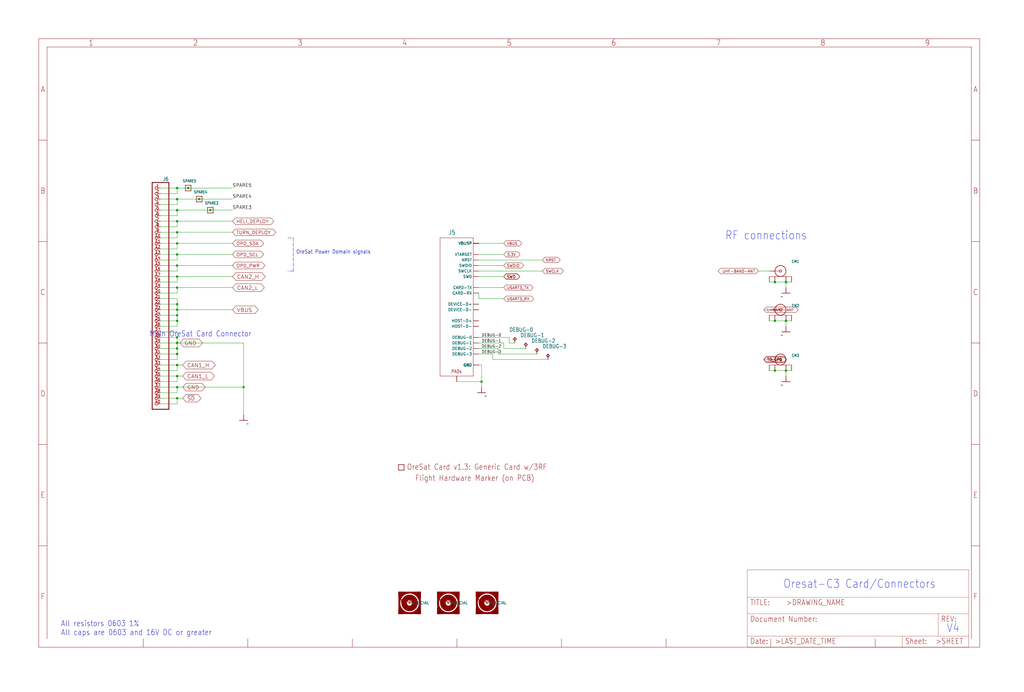
<source format=kicad_sch>
(kicad_sch (version 20211123) (generator eeschema)
  (paper "User" 469.9 317.906)
  (lib_symbols
    (symbol "oresat-c3-eagle-import:FIDUCIAL-1.0X2.0"
      (symbol "FIDUCIAL-1.0X2.0_1_0"
        (rectangle (start -5.08 -5.08) (end -3.556 -2.54) (fill (type outline)))
        (rectangle (start -5.08 -5.08) (end -2.54 -3.556) (fill (type outline)))
        (rectangle (start -5.08 2.54) (end -3.556 5.08) (fill (type outline)))
        (rectangle (start -5.08 3.556) (end -2.54 5.08) (fill (type outline)))
        (polyline (pts (xy -5.08 -5.08) (xy -5.08 5.08)) (stroke (width 0.127)))
        (polyline (pts (xy -5.08 -5.08) (xy 5.08 -5.08)) (stroke (width 0.127)))
        (polyline (pts (xy -5.08 5.08) (xy 5.08 5.08)) (stroke (width 0.127)))
        (polyline (pts (xy -4.699 2.54) (xy -4.699 -2.54)) (stroke (width 0.762)))
        (polyline (pts (xy -2.54 -4.699) (xy 2.54 -4.699)) (stroke (width 0.762)))
        (polyline (pts (xy -2.54 4.699) (xy 2.54 4.699)) (stroke (width 0.762)))
        (polyline (pts (xy 4.699 -2.54) (xy 4.699 2.54)) (stroke (width 0.762)))
        (polyline (pts (xy 5.08 5.08) (xy 5.08 -5.08)) (stroke (width 0.127)))
        (circle (center 0 0) (radius 2.54) (stroke (width 2.54)))
        (circle (center 0 0) (radius 4.699) (stroke (width 0.762)))
        (rectangle (start 2.54 -5.08) (end 5.08 -3.556) (fill (type outline)))
        (rectangle (start 2.54 3.556) (end 5.08 5.08) (fill (type outline)))
        (rectangle (start 3.556 -5.08) (end 5.08 -2.54) (fill (type outline)))
        (rectangle (start 3.556 2.54) (end 5.08 5.08) (fill (type outline)))
        (pin no_connect line (at 0 0 0) (length 0) (name "FIDUCIAL") (number "FIDUCIAL"))
      )
    )
    (symbol "oresat-c3-eagle-import:FLIGHMARKERNEW"
      (symbol "FLIGHMARKERNEW_1_0"
        (text "Flight Hardware Marker (on PCB)" (at 0 0 0) (effects (font (size 2.54 2.159)) (justify left bottom)))
      )
    )
    (symbol "oresat-c3-eagle-import:FRAME_B_L"
      (symbol "FRAME_B_L_1_0"
        (polyline (pts (xy 0 46.5667) (xy 3.81 46.5667)))
        (polyline (pts (xy 0 93.1333) (xy 3.81 93.1333)))
        (polyline (pts (xy 0 139.7) (xy 3.81 139.7)))
        (polyline (pts (xy 0 186.2667) (xy 3.81 186.2667)))
        (polyline (pts (xy 0 232.8333) (xy 3.81 232.8333)))
        (polyline (pts (xy 3.81 3.81) (xy 3.81 275.59)))
        (polyline (pts (xy 47.9778 0) (xy 47.9778 3.81)))
        (polyline (pts (xy 95.9556 0) (xy 95.9556 3.81)))
        (polyline (pts (xy 143.9333 0) (xy 143.9333 3.81)))
        (polyline (pts (xy 191.9111 0) (xy 191.9111 3.81)))
        (polyline (pts (xy 239.8889 0) (xy 239.8889 3.81)))
        (polyline (pts (xy 287.8667 0) (xy 287.8667 3.81)))
        (polyline (pts (xy 335.8444 0) (xy 335.8444 3.81)))
        (polyline (pts (xy 383.8222 0) (xy 383.8222 3.81)))
        (polyline (pts (xy 427.99 3.81) (xy 427.99 275.59)))
        (polyline (pts (xy 427.99 46.5667) (xy 431.8 46.5667)))
        (polyline (pts (xy 427.99 93.1333) (xy 431.8 93.1333)))
        (polyline (pts (xy 427.99 139.7) (xy 431.8 139.7)))
        (polyline (pts (xy 427.99 186.2667) (xy 431.8 186.2667)))
        (polyline (pts (xy 427.99 232.8333) (xy 431.8 232.8333)))
        (polyline (pts (xy 427.99 275.59) (xy 3.81 275.59)))
        (polyline (pts (xy 0 0) (xy 431.8 0) (xy 431.8 279.4) (xy 0 279.4) (xy 0 0)))
        (text "1" (at 23.9889 277.495 0) (effects (font (size 2.54 2.286))))
        (text "2" (at 71.9667 277.495 0) (effects (font (size 2.54 2.286))))
        (text "3" (at 119.9444 277.495 0) (effects (font (size 2.54 2.286))))
        (text "4" (at 167.9222 277.495 0) (effects (font (size 2.54 2.286))))
        (text "5" (at 215.9 277.495 0) (effects (font (size 2.54 2.286))))
        (text "6" (at 263.8778 277.495 0) (effects (font (size 2.54 2.286))))
        (text "7" (at 311.8556 277.495 0) (effects (font (size 2.54 2.286))))
        (text "8" (at 359.8333 277.495 0) (effects (font (size 2.54 2.286))))
        (text "9" (at 407.8111 277.495 0) (effects (font (size 2.54 2.286))))
        (text "A" (at 1.905 256.1167 0) (effects (font (size 2.54 2.286))))
        (text "A" (at 429.895 256.1167 0) (effects (font (size 2.54 2.286))))
        (text "B" (at 1.905 209.55 0) (effects (font (size 2.54 2.286))))
        (text "B" (at 429.895 209.55 0) (effects (font (size 2.54 2.286))))
        (text "C" (at 1.905 162.9833 0) (effects (font (size 2.54 2.286))))
        (text "C" (at 429.895 162.9833 0) (effects (font (size 2.54 2.286))))
        (text "D" (at 1.905 116.4167 0) (effects (font (size 2.54 2.286))))
        (text "D" (at 429.895 116.4167 0) (effects (font (size 2.54 2.286))))
        (text "E" (at 1.905 69.85 0) (effects (font (size 2.54 2.286))))
        (text "E" (at 429.895 69.85 0) (effects (font (size 2.54 2.286))))
        (text "F" (at 1.905 23.2833 0) (effects (font (size 2.54 2.286))))
        (text "F" (at 429.895 23.2833 0) (effects (font (size 2.54 2.286))))
      )
      (symbol "FRAME_B_L_2_0"
        (polyline (pts (xy 0 0) (xy 0 5.08)) (stroke (width 0.1016)))
        (polyline (pts (xy 0 0) (xy 71.12 0)) (stroke (width 0.1016)))
        (polyline (pts (xy 0 5.08) (xy 0 15.24)) (stroke (width 0.1016)))
        (polyline (pts (xy 0 5.08) (xy 71.12 5.08)) (stroke (width 0.1016)))
        (polyline (pts (xy 0 15.24) (xy 0 22.86)) (stroke (width 0.1016)))
        (polyline (pts (xy 0 22.86) (xy 0 35.56)) (stroke (width 0.1016)))
        (polyline (pts (xy 0 22.86) (xy 101.6 22.86)) (stroke (width 0.1016)))
        (polyline (pts (xy 71.12 0) (xy 101.6 0)) (stroke (width 0.1016)))
        (polyline (pts (xy 71.12 5.08) (xy 71.12 0)) (stroke (width 0.1016)))
        (polyline (pts (xy 71.12 5.08) (xy 87.63 5.08)) (stroke (width 0.1016)))
        (polyline (pts (xy 87.63 5.08) (xy 101.6 5.08)) (stroke (width 0.1016)))
        (polyline (pts (xy 87.63 15.24) (xy 0 15.24)) (stroke (width 0.1016)))
        (polyline (pts (xy 87.63 15.24) (xy 87.63 5.08)) (stroke (width 0.1016)))
        (polyline (pts (xy 101.6 5.08) (xy 101.6 0)) (stroke (width 0.1016)))
        (polyline (pts (xy 101.6 15.24) (xy 87.63 15.24)) (stroke (width 0.1016)))
        (polyline (pts (xy 101.6 15.24) (xy 101.6 5.08)) (stroke (width 0.1016)))
        (polyline (pts (xy 101.6 22.86) (xy 101.6 15.24)) (stroke (width 0.1016)))
        (polyline (pts (xy 101.6 35.56) (xy 0 35.56)) (stroke (width 0.1016)))
        (polyline (pts (xy 101.6 35.56) (xy 101.6 22.86)) (stroke (width 0.1016)))
        (text ">DRAWING_NAME" (at 17.78 19.05 0) (effects (font (size 2.54 2.159)) (justify left bottom)))
        (text ">LAST_DATE_TIME" (at 12.7 1.27 0) (effects (font (size 2.54 2.159)) (justify left bottom)))
        (text ">SHEET" (at 86.36 1.27 0) (effects (font (size 2.54 2.159)) (justify left bottom)))
        (text "Date:" (at 1.27 1.27 0) (effects (font (size 2.54 2.159)) (justify left bottom)))
        (text "Document Number:" (at 1.27 11.43 0) (effects (font (size 2.54 2.159)) (justify left bottom)))
        (text "REV:" (at 88.9 11.43 0) (effects (font (size 2.54 2.159)) (justify left bottom)))
        (text "Sheet:" (at 72.39 1.27 0) (effects (font (size 2.54 2.159)) (justify left bottom)))
        (text "TITLE:" (at 1.27 19.05 0) (effects (font (size 2.54 2.159)) (justify left bottom)))
      )
    )
    (symbol "oresat-c3-eagle-import:GND" (power)
      (property "Value" "GND" (at -2.54 -2.54 0))
      (symbol "GND_1_0"
        (polyline (pts (xy -1.905 0) (xy 1.905 0)) (stroke (width 0.254)))
        (pin power_in line (at 0 2.54 270) (length 2.54) (name "GND") (number "1"))
      )
    )
    (symbol "oresat-c3-eagle-import:GND-L" (power)
      (property "Value" "GND-L" (at -2.54 -2.54 0))
      (symbol "GND-L_1_0"
        (polyline (pts (xy -1.905 0) (xy 1.905 0)) (stroke (width 0.254)))
        (pin power_in line (at 0 2.54 270) (length 2.54) (name "GND-L") (number "1"))
      )
    )
    (symbol "oresat-c3-eagle-import:GND-U" (power)
      (property "Value" "GND-U" (at -2.54 -2.54 0))
      (symbol "GND-U_1_0"
        (polyline (pts (xy -1.905 0) (xy 1.905 0)) (stroke (width 0.254)))
        (pin power_in line (at 0 2.54 270) (length 2.54) (name "GND-U") (number "1"))
      )
    )
    (symbol "oresat-c3-eagle-import:J-MOLEX-SMPM-73300-003X"
      (property "Reference" "CM" (at 5.08 -3.81 0))
      (property "Value" "J-MOLEX-SMPM-73300-003X" (at 5.08 -6.35 0))
      (symbol "J-MOLEX-SMPM-73300-003X_1_0"
        (polyline (pts (xy -5.08 -2.54) (xy -2.54 -2.54)) (stroke (width 0.1524)))
        (polyline (pts (xy -2.54 -2.54) (xy 2.54 -2.54)) (stroke (width 0.1524)))
        (polyline (pts (xy 0.508 0) (xy 3.556 0)) (stroke (width 0.1524)))
        (polyline (pts (xy 5.08 -2.54) (xy 2.54 -2.54)) (stroke (width 0.1524)))
        (circle (center 0 0) (radius 0.508) (stroke (width 0.254)))
        (circle (center 0 0) (radius 2.54) (stroke (width 0.254)))
        (pin passive line (at -5.08 -5.08 90) (length 2.54) (name "SHIELD3") (number "P$1"))
        (pin passive line (at 5.08 -5.08 90) (length 2.54) (name "SHIELD2") (number "P$2"))
        (pin passive line (at -2.54 -5.08 90) (length 2.54) (name "SHIELD1") (number "P$3"))
        (pin passive line (at 2.54 -5.08 90) (length 2.54) (name "SHIELD") (number "P$4"))
        (pin passive line (at 5.08 0 180) (length 2.54) (name "CENTER") (number "RF"))
      )
    )
    (symbol "oresat-c3-eagle-import:J-SAMTEC-TFM-120-X1-XXX-D-RA"
      (property "Reference" "J" (at -6.35 51.435 0))
      (property "Value" "J-SAMTEC-TFM-120-X1-XXX-D-RA" (at -6.35 -55.88 0))
      (symbol "J-SAMTEC-TFM-120-X1-XXX-D-RA_1_0"
        (polyline (pts (xy -6.35 -53.34) (xy 1.27 -53.34)) (stroke (width 0.4064)))
        (polyline (pts (xy -6.35 50.8) (xy -6.35 -53.34)) (stroke (width 0.4064)))
        (polyline (pts (xy 1.27 -53.34) (xy 1.27 50.8)) (stroke (width 0.4064)))
        (polyline (pts (xy 1.27 50.8) (xy -6.35 50.8)) (stroke (width 0.4064)))
        (pin passive inverted (at -2.54 48.26 0) (length 2.54) (name "1") (number "1"))
        (pin passive inverted (at -2.54 25.4 0) (length 2.54) (name "10") (number "10"))
        (pin passive inverted (at -2.54 22.86 0) (length 2.54) (name "11") (number "11"))
        (pin passive inverted (at -2.54 20.32 0) (length 2.54) (name "12") (number "12"))
        (pin passive inverted (at -2.54 17.78 0) (length 2.54) (name "13") (number "13"))
        (pin passive inverted (at -2.54 15.24 0) (length 2.54) (name "14") (number "14"))
        (pin passive inverted (at -2.54 12.7 0) (length 2.54) (name "15") (number "15"))
        (pin passive inverted (at -2.54 10.16 0) (length 2.54) (name "16") (number "16"))
        (pin passive inverted (at -2.54 7.62 0) (length 2.54) (name "17") (number "17"))
        (pin passive inverted (at -2.54 5.08 0) (length 2.54) (name "18") (number "18"))
        (pin passive inverted (at -2.54 2.54 0) (length 2.54) (name "19") (number "19"))
        (pin passive inverted (at -2.54 45.72 0) (length 2.54) (name "2") (number "2"))
        (pin passive inverted (at -2.54 0 0) (length 2.54) (name "20") (number "20"))
        (pin passive inverted (at -2.54 -2.54 0) (length 2.54) (name "21") (number "21"))
        (pin passive inverted (at -2.54 -5.08 0) (length 2.54) (name "22") (number "22"))
        (pin passive inverted (at -2.54 -7.62 0) (length 2.54) (name "23") (number "23"))
        (pin passive inverted (at -2.54 -10.16 0) (length 2.54) (name "24") (number "24"))
        (pin passive inverted (at -2.54 -12.7 0) (length 2.54) (name "25") (number "25"))
        (pin passive inverted (at -2.54 -15.24 0) (length 2.54) (name "26") (number "26"))
        (pin passive inverted (at -2.54 -17.78 0) (length 2.54) (name "27") (number "27"))
        (pin passive inverted (at -2.54 -20.32 0) (length 2.54) (name "28") (number "28"))
        (pin passive inverted (at -2.54 -22.86 0) (length 2.54) (name "29") (number "29"))
        (pin passive inverted (at -2.54 43.18 0) (length 2.54) (name "3") (number "3"))
        (pin passive inverted (at -2.54 -25.4 0) (length 2.54) (name "30") (number "30"))
        (pin passive inverted (at -2.54 -27.94 0) (length 2.54) (name "31") (number "31"))
        (pin passive inverted (at -2.54 -30.48 0) (length 2.54) (name "32") (number "32"))
        (pin passive inverted (at -2.54 -33.02 0) (length 2.54) (name "33") (number "33"))
        (pin passive inverted (at -2.54 -35.56 0) (length 2.54) (name "34") (number "34"))
        (pin passive inverted (at -2.54 -38.1 0) (length 2.54) (name "35") (number "35"))
        (pin passive inverted (at -2.54 -40.64 0) (length 2.54) (name "36") (number "36"))
        (pin passive inverted (at -2.54 -43.18 0) (length 2.54) (name "37") (number "37"))
        (pin passive inverted (at -2.54 -45.72 0) (length 2.54) (name "38") (number "38"))
        (pin passive inverted (at -2.54 -48.26 0) (length 2.54) (name "39") (number "39"))
        (pin passive inverted (at -2.54 40.64 0) (length 2.54) (name "4") (number "4"))
        (pin passive inverted (at -2.54 -50.8 0) (length 2.54) (name "40") (number "40"))
        (pin passive inverted (at -2.54 38.1 0) (length 2.54) (name "5") (number "5"))
        (pin passive inverted (at -2.54 35.56 0) (length 2.54) (name "6") (number "6"))
        (pin passive inverted (at -2.54 33.02 0) (length 2.54) (name "7") (number "7"))
        (pin passive inverted (at -2.54 30.48 0) (length 2.54) (name "8") (number "8"))
        (pin passive inverted (at -2.54 27.94 0) (length 2.54) (name "9") (number "9"))
      )
    )
    (symbol "oresat-c3-eagle-import:ORESAT-CARD-V1.3-GENERIC-3RF"
      (symbol "ORESAT-CARD-V1.3-GENERIC-3RF_1_0"
        (polyline (pts (xy -1.27 -1.27) (xy 1.27 -1.27)) (stroke (width 0.254)))
        (polyline (pts (xy -1.27 1.27) (xy -1.27 -1.27)) (stroke (width 0.254)))
        (polyline (pts (xy 1.27 -1.27) (xy 1.27 1.27)) (stroke (width 0.254)))
        (polyline (pts (xy 1.27 1.27) (xy -1.27 1.27)) (stroke (width 0.254)))
        (text "OreSat Card v1.3: Generic Card w/3RF" (at 2.54 -1.27 0) (effects (font (size 2.54 2.159)) (justify left bottom)))
      )
    )
    (symbol "oresat-c3-eagle-import:ORESAT-DEBUG-CONNECTOR-ALL"
      (property "Reference" "J" (at -2.54 31.75 0))
      (symbol "ORESAT-DEBUG-CONNECTOR-ALL_1_0"
        (polyline (pts (xy -6.35 -33.02) (xy 8.89 -33.02)) (stroke (width 0.1524)))
        (polyline (pts (xy -6.35 30.48) (xy -6.35 -33.02)) (stroke (width 0.1524)))
        (polyline (pts (xy 8.89 -33.02) (xy 8.89 30.48)) (stroke (width 0.1524)))
        (polyline (pts (xy 8.89 30.48) (xy -6.35 30.48)) (stroke (width 0.1524)))
        (text "PADs" (at -1.27 -31.75 0) (effects (font (size 1.524 1.2954)) (justify left bottom)))
        (pin passive line (at 11.43 27.94 180) (length 2.54) (name "VBUSP") (number "1"))
        (pin passive line (at 11.43 20.32 180) (length 2.54) (name "NRST") (number "10"))
        (pin passive line (at 11.43 22.86 180) (length 2.54) (name "VTARGET") (number "11"))
        (pin passive line (at 11.43 5.08 180) (length 2.54) (name "CARD-RX") (number "12"))
        (pin passive line (at 11.43 7.62 180) (length 2.54) (name "CARD-TX") (number "13"))
        (pin passive line (at 11.43 17.78 180) (length 2.54) (name "SWDIO") (number "14"))
        (pin passive line (at 11.43 15.24 180) (length 2.54) (name "SWCLK") (number "15"))
        (pin passive line (at 11.43 12.7 180) (length 2.54) (name "SWO") (number "16"))
        (pin passive line (at 11.43 -15.24 180) (length 2.54) (name "DEBUG-0") (number "17"))
        (pin passive line (at 11.43 -17.78 180) (length 2.54) (name "DEBUG-1") (number "18"))
        (pin passive line (at 11.43 -20.32 180) (length 2.54) (name "DEBUG-2") (number "19"))
        (pin passive line (at 11.43 27.94 180) (length 2.54) (name "VBUSP") (number "2"))
        (pin passive line (at 11.43 -22.86 180) (length 2.54) (name "DEBUG-3") (number "20"))
        (pin passive line (at 11.43 -27.94 180) (length 2.54) (name "GND") (number "3"))
        (pin passive line (at 11.43 0 180) (length 2.54) (name "DEVICE-D+") (number "4"))
        (pin passive line (at 11.43 -2.54 180) (length 2.54) (name "DEVICE-D-") (number "5"))
        (pin passive line (at 11.43 -27.94 180) (length 2.54) (name "GND") (number "6"))
        (pin passive line (at 11.43 -7.62 180) (length 2.54) (name "HOST-D+") (number "7"))
        (pin passive line (at 11.43 -10.16 180) (length 2.54) (name "HOST-D-") (number "8"))
        (pin passive line (at 11.43 -27.94 180) (length 2.54) (name "GND") (number "9"))
        (pin bidirectional line (at 1.27 -35.56 90) (length 2.54) (name "PAD") (number "PAD1"))
        (pin bidirectional line (at 1.27 -35.56 90) (length 2.54) (name "PAD") (number "PAD2"))
      )
    )
    (symbol "oresat-c3-eagle-import:TEST-POINT-LARGE-SQUARE"
      (property "Reference" "TP" (at -2.54 2.54 0))
      (symbol "TEST-POINT-LARGE-SQUARE_1_0"
        (polyline (pts (xy -1.27 -1.27) (xy -1.27 1.27)) (stroke (width 0.254)))
        (polyline (pts (xy -1.27 1.27) (xy 1.27 1.27)) (stroke (width 0.254)))
        (polyline (pts (xy 1.27 -1.27) (xy -1.27 -1.27)) (stroke (width 0.254)))
        (polyline (pts (xy 1.27 1.27) (xy 1.27 -1.27)) (stroke (width 0.254)))
        (pin passive line (at 0 0 0) (length 0) (name "1") (number "1"))
      )
    )
    (symbol "oresat-c3-eagle-import:TEST-POINT-SMALL"
      (property "Reference" "TP" (at -2.54 2.54 0))
      (symbol "TEST-POINT-SMALL_1_0"
        (polyline (pts (xy -0.762 -0.762) (xy 0 0)) (stroke (width 0.254)))
        (polyline (pts (xy 0 -1.524) (xy -0.762 -0.762)) (stroke (width 0.254)))
        (polyline (pts (xy 0 0) (xy 0.762 -0.762)) (stroke (width 0.254)))
        (polyline (pts (xy 0.762 -0.762) (xy 0 -1.524)) (stroke (width 0.254)))
        (pin input line (at 0 -2.54 90) (length 2.54) (name "TP") (number "TP"))
      )
    )
  )
  (junction (at 81.28 106.68))
  (junction (at 355.6 129.54))
  (junction (at 81.28 154.94))
  (junction (at 81.28 147.32))
  (junction (at 360.68 147.32))
  (junction (at 81.28 142.24))
  (junction (at 81.28 172.72))
  (junction (at 81.28 162.56))
  (junction (at 91.44 91.44))
  (junction (at 111.76 177.8))
  (junction (at 81.28 167.64))
  (junction (at 81.28 160.02))
  (junction (at 360.68 129.54))
  (junction (at 96.52 96.52))
  (junction (at 81.28 139.7))
  (junction (at 355.6 147.32))
  (junction (at 355.6 170.18))
  (junction (at 81.28 121.92))
  (junction (at 81.28 132.08))
  (junction (at 81.28 144.78))
  (junction (at 81.28 127))
  (junction (at 81.28 101.6))
  (junction (at 81.28 182.88))
  (junction (at 81.28 86.36))
  (junction (at 360.68 170.18))
  (junction (at 81.28 111.76))
  (junction (at 81.28 96.52))
  (junction (at 220.98 175.26))
  (junction (at 81.28 91.44))
  (junction (at 81.28 177.8))
  (junction (at 81.28 116.84))
  (junction (at 86.36 86.36))
  (junction (at 81.28 157.48))
  (wire (pts (xy 81.28 144.78) (xy 81.28 142.24)))
  (wire (pts (xy 81.28 149.86) (xy 81.28 147.32)))
  (wire (pts (xy 353.06 129.54) (xy 355.6 129.54)))
  (wire (pts (xy 81.28 185.42) (xy 81.28 182.88)))
  (polyline (pts (xy 134.62 109.22) (xy 134.62 124.46)))
  (wire (pts (xy 81.28 172.72) (xy 83.82 172.72)))
  (wire (pts (xy 73.66 119.38) (xy 81.28 119.38)))
  (wire (pts (xy 81.28 177.8) (xy 111.76 177.8)))
  (wire (pts (xy 353.06 165.1) (xy 350.52 165.1)))
  (wire (pts (xy 81.28 167.64) (xy 83.82 167.64)))
  (wire (pts (xy 81.28 124.46) (xy 73.66 124.46)))
  (wire (pts (xy 81.28 121.92) (xy 106.68 121.92)))
  (wire (pts (xy 219.71 154.94) (xy 233.68 154.94)))
  (wire (pts (xy 81.28 88.9) (xy 81.28 86.36)))
  (wire (pts (xy 360.68 170.18) (xy 363.22 170.18)))
  (wire (pts (xy 81.28 142.24) (xy 73.66 142.24)))
  (wire (pts (xy 73.66 165.1) (xy 81.28 165.1)))
  (wire (pts (xy 219.71 157.48) (xy 231.14 157.48)))
  (wire (pts (xy 81.28 134.62) (xy 73.66 134.62)))
  (wire (pts (xy 360.68 129.54) (xy 363.22 129.54)))
  (wire (pts (xy 231.14 160.02) (xy 241.3 160.02)))
  (wire (pts (xy 219.71 119.38) (xy 248.92 119.38)))
  (wire (pts (xy 81.28 132.08) (xy 106.68 132.08)))
  (wire (pts (xy 360.68 129.54) (xy 360.68 132.08)))
  (wire (pts (xy 73.66 106.68) (xy 81.28 106.68)))
  (polyline (pts (xy 134.62 124.46) (xy 132.08 124.46)))
  (wire (pts (xy 219.71 111.76) (xy 231.14 111.76)))
  (wire (pts (xy 81.28 175.26) (xy 81.28 172.72)))
  (wire (pts (xy 86.36 86.36) (xy 106.68 86.36)))
  (wire (pts (xy 73.66 99.06) (xy 81.28 99.06)))
  (wire (pts (xy 219.71 167.64) (xy 220.98 167.64)))
  (wire (pts (xy 73.66 177.8) (xy 81.28 177.8)))
  (wire (pts (xy 81.28 104.14) (xy 81.28 101.6)))
  (wire (pts (xy 81.28 129.54) (xy 73.66 129.54)))
  (wire (pts (xy 228.6 162.56) (xy 246.38 162.56)))
  (wire (pts (xy 81.28 121.92) (xy 81.28 124.46)))
  (wire (pts (xy 73.66 86.36) (xy 81.28 86.36)))
  (wire (pts (xy 73.66 162.56) (xy 81.28 162.56)))
  (wire (pts (xy 81.28 106.68) (xy 106.68 106.68)))
  (wire (pts (xy 111.76 177.8) (xy 111.76 190.5)))
  (wire (pts (xy 231.14 157.48) (xy 231.14 160.02)))
  (wire (pts (xy 360.68 147.32) (xy 363.22 147.32)))
  (wire (pts (xy 81.28 142.24) (xy 106.68 142.24)))
  (wire (pts (xy 81.28 86.36) (xy 86.36 86.36)))
  (wire (pts (xy 220.98 175.26) (xy 209.55 175.26)))
  (wire (pts (xy 233.68 157.48) (xy 236.22 157.48)))
  (wire (pts (xy 81.28 160.02) (xy 81.28 157.48)))
  (wire (pts (xy 355.6 170.18) (xy 360.68 170.18)))
  (wire (pts (xy 73.66 104.14) (xy 81.28 104.14)))
  (wire (pts (xy 81.28 134.62) (xy 81.28 132.08)))
  (wire (pts (xy 73.66 157.48) (xy 81.28 157.48)))
  (wire (pts (xy 73.66 114.3) (xy 81.28 114.3)))
  (wire (pts (xy 91.44 91.44) (xy 106.68 91.44)))
  (polyline (pts (xy 132.08 109.22) (xy 134.62 109.22)))
  (wire (pts (xy 355.6 147.32) (xy 360.68 147.32)))
  (wire (pts (xy 81.28 142.24) (xy 81.28 139.7)))
  (wire (pts (xy 73.66 91.44) (xy 81.28 91.44)))
  (wire (pts (xy 73.66 101.6) (xy 81.28 101.6)))
  (wire (pts (xy 226.06 162.56) (xy 226.06 165.1)))
  (wire (pts (xy 219.71 160.02) (xy 228.6 160.02)))
  (wire (pts (xy 73.66 160.02) (xy 81.28 160.02)))
  (wire (pts (xy 355.6 129.54) (xy 360.68 129.54)))
  (wire (pts (xy 111.76 157.48) (xy 111.76 177.8)))
  (wire (pts (xy 353.06 147.32) (xy 355.6 147.32)))
  (wire (pts (xy 81.28 111.76) (xy 106.68 111.76)))
  (wire (pts (xy 81.28 180.34) (xy 81.28 177.8)))
  (wire (pts (xy 81.28 129.54) (xy 81.28 127)))
  (wire (pts (xy 81.28 91.44) (xy 91.44 91.44)))
  (wire (pts (xy 73.66 167.64) (xy 81.28 167.64)))
  (wire (pts (xy 73.66 147.32) (xy 81.28 147.32)))
  (wire (pts (xy 226.06 165.1) (xy 251.46 165.1)))
  (wire (pts (xy 73.66 154.94) (xy 81.28 154.94)))
  (wire (pts (xy 81.28 96.52) (xy 96.52 96.52)))
  (wire (pts (xy 81.28 182.88) (xy 83.82 182.88)))
  (wire (pts (xy 360.68 149.86) (xy 360.68 147.32)))
  (wire (pts (xy 81.28 165.1) (xy 81.28 162.56)))
  (wire (pts (xy 81.28 162.56) (xy 81.28 160.02)))
  (wire (pts (xy 81.28 127) (xy 73.66 127)))
  (wire (pts (xy 219.71 121.92) (xy 231.14 121.92)))
  (wire (pts (xy 96.52 96.52) (xy 106.68 96.52)))
  (wire (pts (xy 73.66 170.18) (xy 81.28 170.18)))
  (wire (pts (xy 219.71 132.08) (xy 231.14 132.08)))
  (wire (pts (xy 81.28 93.98) (xy 81.28 91.44)))
  (wire (pts (xy 81.28 121.92) (xy 73.66 121.92)))
  (wire (pts (xy 219.71 134.62) (xy 219.71 137.16)))
  (wire (pts (xy 81.28 139.7) (xy 81.28 137.16)))
  (wire (pts (xy 81.28 157.48) (xy 111.76 157.48)))
  (wire (pts (xy 81.28 154.94) (xy 81.28 157.48)))
  (wire (pts (xy 73.66 93.98) (xy 81.28 93.98)))
  (wire (pts (xy 220.98 177.8) (xy 220.98 175.26)))
  (wire (pts (xy 73.66 109.22) (xy 81.28 109.22)))
  (wire (pts (xy 81.28 119.38) (xy 81.28 116.84)))
  (wire (pts (xy 353.06 124.46) (xy 347.98 124.46)))
  (wire (pts (xy 219.71 116.84) (xy 231.14 116.84)))
  (wire (pts (xy 81.28 116.84) (xy 73.66 116.84)))
  (wire (pts (xy 219.71 137.16) (xy 231.14 137.16)))
  (wire (pts (xy 353.06 142.24) (xy 350.52 142.24)))
  (wire (pts (xy 73.66 185.42) (xy 81.28 185.42)))
  (wire (pts (xy 81.28 111.76) (xy 73.66 111.76)))
  (wire (pts (xy 81.28 139.7) (xy 73.66 139.7)))
  (wire (pts (xy 219.71 124.46) (xy 248.92 124.46)))
  (wire (pts (xy 81.28 170.18) (xy 81.28 167.64)))
  (wire (pts (xy 73.66 152.4) (xy 81.28 152.4)))
  (wire (pts (xy 81.28 147.32) (xy 81.28 144.78)))
  (wire (pts (xy 233.68 154.94) (xy 233.68 157.48)))
  (wire (pts (xy 73.66 175.26) (xy 81.28 175.26)))
  (wire (pts (xy 81.28 132.08) (xy 73.66 132.08)))
  (wire (pts (xy 360.68 170.18) (xy 360.68 172.72)))
  (wire (pts (xy 73.66 180.34) (xy 81.28 180.34)))
  (wire (pts (xy 81.28 99.06) (xy 81.28 96.52)))
  (wire (pts (xy 219.71 162.56) (xy 226.06 162.56)))
  (wire (pts (xy 73.66 96.52) (xy 81.28 96.52)))
  (wire (pts (xy 219.71 127) (xy 231.14 127)))
  (wire (pts (xy 81.28 101.6) (xy 106.68 101.6)))
  (wire (pts (xy 73.66 172.72) (xy 81.28 172.72)))
  (wire (pts (xy 73.66 88.9) (xy 81.28 88.9)))
  (wire (pts (xy 81.28 116.84) (xy 106.68 116.84)))
  (wire (pts (xy 81.28 182.88) (xy 73.66 182.88)))
  (wire (pts (xy 81.28 127) (xy 106.68 127)))
  (wire (pts (xy 81.28 137.16) (xy 73.66 137.16)))
  (wire (pts (xy 81.28 144.78) (xy 73.66 144.78)))
  (wire (pts (xy 81.28 154.94) (xy 81.28 152.4)))
  (wire (pts (xy 353.06 170.18) (xy 355.6 170.18)))
  (wire (pts (xy 220.98 167.64) (xy 220.98 175.26)))
  (wire (pts (xy 73.66 149.86) (xy 81.28 149.86)))
  (wire (pts (xy 228.6 160.02) (xy 228.6 162.56)))
  (wire (pts (xy 81.28 114.3) (xy 81.28 111.76)))
  (wire (pts (xy 81.28 109.22) (xy 81.28 106.68)))
  (text "Oresat-C3 Card/Connectors" (at 359.41 270.51 180) (effects (font (size 3.81 3.2385)) (justify left bottom)))
  (text "OreSat Power Domain signals" (at 135.89 116.84 180) (effects (font (size 1.778 1.5113)) (justify left bottom)))
  (text "V4" (at 434.34 290.83 180) (effects (font (size 3.81 3.2385)) (justify left bottom)))
  (text "All resistors 0603 1%\nAll caps are 0603 and 16V DC or greater" (at 27.94 292.1 180) (effects (font (size 2.54 2.159)) (justify left bottom)))
  (text "RF connections" (at 332.74 110.49 180) (effects (font (size 3.81 3.2385)) (justify left bottom)))
  (text "Main OreSat Card Connector" (at 68.58 154.94 180) (effects (font (size 2.54 2.159)) (justify left bottom)))
  (label "DEBUG-0" (at 220.98 154.94 0) (effects (font (size 1.2446 1.2446))))
  (label "DEBUG-1" (at 220.98 157.48 0) (effects (font (size 1.2446 1.2446))))
  (label "DEBUG-3" (at 220.98 162.56 0) (effects (font (size 1.2446 1.2446))))
  (label "SPARE5" (at 106.68 86.36 0) (effects (font (size 1.5291 1.5291))))
  (label "DEBUG-2" (at 220.98 160.02 0) (effects (font (size 1.2446 1.2446))))
  (label "SPARE4" (at 106.68 91.44 0) (effects (font (size 1.5291 1.5291))))
  (label "SPARE3" (at 106.68 96.52 0) (effects (font (size 1.5291 1.5291))))
  (global_label "OPD_PWR" (shape bidirectional) (at 106.68 121.92 0) (effects (font (size 1.5291 1.5291))) (property "Intersheet References" "${INTERSHEET_REFS}" (effects hide)))
  (global_label "USART3_RX" (shape bidirectional) (at 231.14 137.16 0) (effects (font (size 1.2446 1.2446))) (property "Intersheet References" "${INTERSHEET_REFS}" (effects hide)))
  (global_label "HELI_DEPLOY" (shape bidirectional) (at 106.68 101.6 0) (effects (font (size 1.5291 1.5291))) (property "Intersheet References" "${INTERSHEET_REFS}" (effects hide)))
  (global_label "VBUS" (shape bidirectional) (at 231.14 111.76 0) (effects (font (size 1.2446 1.2446))) (property "Intersheet References" "${INTERSHEET_REFS}" (effects hide)))
  (global_label "SWO" (shape bidirectional) (at 231.14 127 0) (effects (font (size 1.2446 1.2446))) (property "Intersheet References" "${INTERSHEET_REFS}" (effects hide)))
  (global_label "L-BAND-ANT" (shape bidirectional) (at 350.52 142.24 0) (effects (font (size 1.2446 1.2446))) (property "Intersheet References" "${INTERSHEET_REFS}" (effects hide)))
  (global_label "USART3_TX" (shape bidirectional) (at 231.14 132.08 0) (effects (font (size 1.2446 1.2446))) (property "Intersheet References" "${INTERSHEET_REFS}" (effects hide)))
  (global_label "TO_GPS" (shape bidirectional) (at 350.52 165.1 0) (effects (font (size 1.2446 1.2446))) (property "Intersheet References" "${INTERSHEET_REFS}" (effects hide)))
  (global_label "SWO" (shape bidirectional) (at 231.14 127 0) (effects (font (size 1.2446 1.2446))) (property "Intersheet References" "${INTERSHEET_REFS}" (effects hide)))
  (global_label "CAN2_H" (shape bidirectional) (at 106.68 127 0) (effects (font (size 1.778 1.778))) (property "Intersheet References" "${INTERSHEET_REFS}" (effects hide)))
  (global_label "CAN1_H" (shape bidirectional) (at 83.82 167.64 0) (effects (font (size 1.778 1.778))) (property "Intersheet References" "${INTERSHEET_REFS}" (effects hide)))
  (global_label "SWCLK" (shape bidirectional) (at 248.92 124.46 0) (effects (font (size 1.2446 1.2446))) (property "Intersheet References" "${INTERSHEET_REFS}" (effects hide)))
  (global_label "3.3V" (shape bidirectional) (at 231.14 116.84 0) (effects (font (size 1.2446 1.2446))) (property "Intersheet References" "${INTERSHEET_REFS}" (effects hide)))
  (global_label "TO_GPS" (shape bidirectional) (at 350.52 165.1 0) (effects (font (size 1.2446 1.2446))) (property "Intersheet References" "${INTERSHEET_REFS}" (effects hide)))
  (global_label "GND" (shape bidirectional) (at 82.55 157.48 0) (effects (font (size 1.778 1.778))) (property "Intersheet References" "${INTERSHEET_REFS}" (effects hide)))
  (global_label "TO_GPS" (shape bidirectional) (at 350.52 165.1 0) (effects (font (size 1.2446 1.2446))) (property "Intersheet References" "${INTERSHEET_REFS}" (effects hide)))
  (global_label "SWDIO" (shape bidirectional) (at 231.14 121.92 0) (effects (font (size 1.2446 1.2446))) (property "Intersheet References" "${INTERSHEET_REFS}" (effects hide)))
  (global_label "OPD_SCL" (shape bidirectional) (at 106.68 116.84 0) (effects (font (size 1.5291 1.5291))) (property "Intersheet References" "${INTERSHEET_REFS}" (effects hide)))
  (global_label "VBUS" (shape bidirectional) (at 106.68 142.24 0) (effects (font (size 1.778 1.778))) (property "Intersheet References" "${INTERSHEET_REFS}" (effects hide)))
  (global_label "UHF-BAND-ANT" (shape bidirectional) (at 347.98 124.46 180) (effects (font (size 1.2446 1.2446))) (property "Intersheet References" "${INTERSHEET_REFS}" (effects hide)))
  (global_label "GND" (shape bidirectional) (at 83.82 177.8 0) (effects (font (size 1.778 1.778))) (property "Intersheet References" "${INTERSHEET_REFS}" (effects hide)))
  (global_label "CAN1_L" (shape bidirectional) (at 83.82 172.72 0) (effects (font (size 1.778 1.778))) (property "Intersheet References" "${INTERSHEET_REFS}" (effects hide)))
  (global_label "NRST" (shape bidirectional) (at 248.92 119.38 0) (effects (font (size 1.2446 1.2446))) (property "Intersheet References" "${INTERSHEET_REFS}" (effects hide)))
  (global_label "OPD_SDA" (shape bidirectional) (at 106.68 111.76 0) (effects (font (size 1.5291 1.5291))) (property "Intersheet References" "${INTERSHEET_REFS}" (effects hide)))
  (global_label "CAN2_L" (shape bidirectional) (at 106.68 132.08 0) (effects (font (size 1.778 1.778))) (property "Intersheet References" "${INTERSHEET_REFS}" (effects hide)))
  (global_label "TURN_DEPLOY" (shape bidirectional) (at 106.68 106.68 0) (effects (font (size 1.5291 1.5291))) (property "Intersheet References" "${INTERSHEET_REFS}" (effects hide)))
  (global_label "~{SD}" (shape bidirectional) (at 83.82 182.88 0) (effects (font (size 1.778 1.778))) (property "Intersheet References" "${INTERSHEET_REFS}" (effects hide)))
  (symbol (lib_id "oresat-c3-eagle-import:TEST-POINT-SMALL") (at 241.3 157.48 0) (unit 1)
    (property "Reference" "DEBUG-1" (at 238.76 154.94 0) (effects (font (size 1.778 1.5113)) (justify left bottom)))
  )
  (symbol (lib_id "oresat-c3-eagle-import:GND-L") (at 360.68 175.26 0) (unit 1)
    (property "Reference" "#GND-L1" (effects hide))
  )
  (symbol (lib_id "oresat-c3-eagle-import:FRAME_B_L") (at 17.78 297.18 0) (unit 1)
    (property "Reference" "#FRAME1" (effects hide))
  )
  (symbol (lib_id "oresat-c3-eagle-import:ORESAT-DEBUG-CONNECTOR-ALL") (at 208.28 139.7 0) (unit 1)
    (property "Reference" "J5" (at 205.74 107.95 0) (effects (font (size 2.0828 1.7703)) (justify left bottom)))
  )
  (symbol (lib_id "oresat-c3-eagle-import:GND-U") (at 360.68 134.62 0) (mirror y) (unit 1)
    (property "Reference" "#GND14" (effects hide))
  )
  (symbol (lib_id "oresat-c3-eagle-import:FRAME_B_L") (at 342.9 297.18 0) (unit 2)
    (property "Reference" "#FRAME1" (effects hide))
  )
  (symbol (lib_id "oresat-c3-eagle-import:J-MOLEX-SMPM-73300-003X") (at 358.14 142.24 0) (mirror y) (unit 1)
    (property "Reference" "CM2" (at 363.22 139.7 0) (effects (font (size 1.27 1.0795)) (justify right top)))
  )
  (symbol (lib_id "oresat-c3-eagle-import:FIDUCIAL-1.0X2.0") (at 223.52 276.86 0) (unit 1)
    (property "Reference" "FIDUCIAL3" (effects hide))
  )
  (symbol (lib_id "oresat-c3-eagle-import:ORESAT-CARD-V1.3-GENERIC-3RF") (at 184.15 214.63 0) (unit 1)
    (property "Reference" "PCB1" (effects hide))
  )
  (symbol (lib_id "oresat-c3-eagle-import:J-MOLEX-SMPM-73300-003X") (at 358.14 124.46 0) (mirror y) (unit 1)
    (property "Reference" "CM1" (at 363.22 119.38 0) (effects (font (size 1.27 1.0795)) (justify right top)))
  )
  (symbol (lib_id "oresat-c3-eagle-import:J-MOLEX-SMPM-73300-003X") (at 358.14 165.1 0) (mirror y) (unit 1)
    (property "Reference" "CM3" (at 363.22 162.56 0) (effects (font (size 1.27 1.0795)) (justify right top)))
  )
  (symbol (lib_id "oresat-c3-eagle-import:TEST-POINT-LARGE-SQUARE") (at 91.44 91.44 0) (unit 1)
    (property "Reference" "SPARE4" (at 88.9 88.9 0) (effects (font (size 1.27 1.0795)) (justify left bottom)))
  )
  (symbol (lib_id "oresat-c3-eagle-import:FLIGHMARKERNEW") (at 190.5 220.98 0) (unit 1)
    (property "Reference" "U$1" (effects hide))
  )
  (symbol (lib_id "oresat-c3-eagle-import:J-SAMTEC-TFM-120-X1-XXX-D-RA") (at 71.12 134.62 0) (mirror y) (unit 1)
    (property "Reference" "J6" (at 77.47 83.185 0) (effects (font (size 1.778 1.5113)) (justify left bottom)))
  )
  (symbol (lib_id "oresat-c3-eagle-import:FIDUCIAL-1.0X2.0") (at 187.96 276.86 0) (unit 1)
    (property "Reference" "FIDUCIAL1" (effects hide))
  )
  (symbol (lib_id "oresat-c3-eagle-import:TEST-POINT-LARGE-SQUARE") (at 86.36 86.36 0) (unit 1)
    (property "Reference" "SPARE5" (at 83.82 83.82 0) (effects (font (size 1.27 1.0795)) (justify left bottom)))
  )
  (symbol (lib_id "oresat-c3-eagle-import:GND") (at 111.76 193.04 0) (mirror y) (unit 1)
    (property "Reference" "#GND2" (effects hide))
  )
  (symbol (lib_id "oresat-c3-eagle-import:TEST-POINT-SMALL") (at 251.46 162.56 0) (unit 1)
    (property "Reference" "DEBUG-3" (at 248.92 160.02 0) (effects (font (size 1.778 1.5113)) (justify left bottom)))
  )
  (symbol (lib_id "oresat-c3-eagle-import:TEST-POINT-LARGE-SQUARE") (at 96.52 96.52 0) (unit 1)
    (property "Reference" "SPARE3" (at 93.98 93.98 0) (effects (font (size 1.27 1.0795)) (justify left bottom)))
  )
  (symbol (lib_id "oresat-c3-eagle-import:TEST-POINT-SMALL") (at 236.22 154.94 0) (unit 1)
    (property "Reference" "DEBUG-0" (at 233.68 152.4 0) (effects (font (size 1.778 1.5113)) (justify left bottom)))
  )
  (symbol (lib_id "oresat-c3-eagle-import:GND-L") (at 360.68 152.4 0) (unit 1)
    (property "Reference" "#GND-L2" (effects hide))
  )
  (symbol (lib_id "oresat-c3-eagle-import:TEST-POINT-SMALL") (at 246.38 160.02 0) (unit 1)
    (property "Reference" "DEBUG-2" (at 243.84 157.48 0) (effects (font (size 1.778 1.5113)) (justify left bottom)))
  )
  (symbol (lib_id "oresat-c3-eagle-import:FIDUCIAL-1.0X2.0") (at 205.74 276.86 0) (unit 1)
    (property "Reference" "FIDUCIAL2" (effects hide))
  )
  (symbol (lib_id "oresat-c3-eagle-import:GND") (at 220.98 180.34 0) (mirror y) (unit 1)
    (property "Reference" "#GND58" (effects hide))
  )
)
</source>
